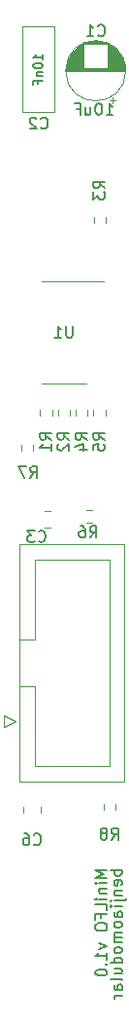
<source format=gbr>
%TF.GenerationSoftware,KiCad,Pcbnew,6.0.11+dfsg-1~bpo11+1*%
%TF.CreationDate,2023-03-01T11:09:29+08:00*%
%TF.ProjectId,MiniLFO v1.0 - Main,4d696e69-4c46-44f2-9076-312e30202d20,rev?*%
%TF.SameCoordinates,Original*%
%TF.FileFunction,Legend,Bot*%
%TF.FilePolarity,Positive*%
%FSLAX46Y46*%
G04 Gerber Fmt 4.6, Leading zero omitted, Abs format (unit mm)*
G04 Created by KiCad (PCBNEW 6.0.11+dfsg-1~bpo11+1) date 2023-03-01 11:09:29*
%MOMM*%
%LPD*%
G01*
G04 APERTURE LIST*
%ADD10C,0.150000*%
%ADD11C,0.120000*%
G04 APERTURE END LIST*
D10*
X169552380Y-151276190D02*
X168552380Y-151276190D01*
X168933333Y-151276190D02*
X168885714Y-151371428D01*
X168885714Y-151561904D01*
X168933333Y-151657142D01*
X168980952Y-151704761D01*
X169076190Y-151752380D01*
X169361904Y-151752380D01*
X169457142Y-151704761D01*
X169504761Y-151657142D01*
X169552380Y-151561904D01*
X169552380Y-151371428D01*
X169504761Y-151276190D01*
X169504761Y-152561904D02*
X169552380Y-152466666D01*
X169552380Y-152276190D01*
X169504761Y-152180952D01*
X169409523Y-152133333D01*
X169028571Y-152133333D01*
X168933333Y-152180952D01*
X168885714Y-152276190D01*
X168885714Y-152466666D01*
X168933333Y-152561904D01*
X169028571Y-152609523D01*
X169123809Y-152609523D01*
X169219047Y-152133333D01*
X168885714Y-153038095D02*
X169552380Y-153038095D01*
X168980952Y-153038095D02*
X168933333Y-153085714D01*
X168885714Y-153180952D01*
X168885714Y-153323809D01*
X168933333Y-153419047D01*
X169028571Y-153466666D01*
X169552380Y-153466666D01*
X168885714Y-153942857D02*
X169742857Y-153942857D01*
X169838095Y-153895238D01*
X169885714Y-153800000D01*
X169885714Y-153752380D01*
X168552380Y-153942857D02*
X168600000Y-153895238D01*
X168647619Y-153942857D01*
X168600000Y-153990476D01*
X168552380Y-153942857D01*
X168647619Y-153942857D01*
X169552380Y-154419047D02*
X168885714Y-154419047D01*
X168552380Y-154419047D02*
X168600000Y-154371428D01*
X168647619Y-154419047D01*
X168600000Y-154466666D01*
X168552380Y-154419047D01*
X168647619Y-154419047D01*
X169552380Y-155323809D02*
X169028571Y-155323809D01*
X168933333Y-155276190D01*
X168885714Y-155180952D01*
X168885714Y-154990476D01*
X168933333Y-154895238D01*
X169504761Y-155323809D02*
X169552380Y-155228571D01*
X169552380Y-154990476D01*
X169504761Y-154895238D01*
X169409523Y-154847619D01*
X169314285Y-154847619D01*
X169219047Y-154895238D01*
X169171428Y-154990476D01*
X169171428Y-155228571D01*
X169123809Y-155323809D01*
X169552380Y-155942857D02*
X169504761Y-155847619D01*
X169457142Y-155800000D01*
X169361904Y-155752380D01*
X169076190Y-155752380D01*
X168980952Y-155800000D01*
X168933333Y-155847619D01*
X168885714Y-155942857D01*
X168885714Y-156085714D01*
X168933333Y-156180952D01*
X168980952Y-156228571D01*
X169076190Y-156276190D01*
X169361904Y-156276190D01*
X169457142Y-156228571D01*
X169504761Y-156180952D01*
X169552380Y-156085714D01*
X169552380Y-155942857D01*
X169552380Y-156704761D02*
X168885714Y-156704761D01*
X168980952Y-156704761D02*
X168933333Y-156752380D01*
X168885714Y-156847619D01*
X168885714Y-156990476D01*
X168933333Y-157085714D01*
X169028571Y-157133333D01*
X169552380Y-157133333D01*
X169028571Y-157133333D02*
X168933333Y-157180952D01*
X168885714Y-157276190D01*
X168885714Y-157419047D01*
X168933333Y-157514285D01*
X169028571Y-157561904D01*
X169552380Y-157561904D01*
X169552380Y-158180952D02*
X169504761Y-158085714D01*
X169457142Y-158038095D01*
X169361904Y-157990476D01*
X169076190Y-157990476D01*
X168980952Y-158038095D01*
X168933333Y-158085714D01*
X168885714Y-158180952D01*
X168885714Y-158323809D01*
X168933333Y-158419047D01*
X168980952Y-158466666D01*
X169076190Y-158514285D01*
X169361904Y-158514285D01*
X169457142Y-158466666D01*
X169504761Y-158419047D01*
X169552380Y-158323809D01*
X169552380Y-158180952D01*
X169552380Y-159371428D02*
X168552380Y-159371428D01*
X169504761Y-159371428D02*
X169552380Y-159276190D01*
X169552380Y-159085714D01*
X169504761Y-158990476D01*
X169457142Y-158942857D01*
X169361904Y-158895238D01*
X169076190Y-158895238D01*
X168980952Y-158942857D01*
X168933333Y-158990476D01*
X168885714Y-159085714D01*
X168885714Y-159276190D01*
X168933333Y-159371428D01*
X168885714Y-160276190D02*
X169552380Y-160276190D01*
X168885714Y-159847619D02*
X169409523Y-159847619D01*
X169504761Y-159895238D01*
X169552380Y-159990476D01*
X169552380Y-160133333D01*
X169504761Y-160228571D01*
X169457142Y-160276190D01*
X169552380Y-160895238D02*
X169504761Y-160800000D01*
X169409523Y-160752380D01*
X168552380Y-160752380D01*
X169552380Y-161704761D02*
X169028571Y-161704761D01*
X168933333Y-161657142D01*
X168885714Y-161561904D01*
X168885714Y-161371428D01*
X168933333Y-161276190D01*
X169504761Y-161704761D02*
X169552380Y-161609523D01*
X169552380Y-161371428D01*
X169504761Y-161276190D01*
X169409523Y-161228571D01*
X169314285Y-161228571D01*
X169219047Y-161276190D01*
X169171428Y-161371428D01*
X169171428Y-161609523D01*
X169123809Y-161704761D01*
X169552380Y-162180952D02*
X168885714Y-162180952D01*
X169076190Y-162180952D02*
X168980952Y-162228571D01*
X168933333Y-162276190D01*
X168885714Y-162371428D01*
X168885714Y-162466666D01*
X168252380Y-151278571D02*
X167252380Y-151278571D01*
X167966666Y-151611904D01*
X167252380Y-151945238D01*
X168252380Y-151945238D01*
X168252380Y-152421428D02*
X167585714Y-152421428D01*
X167252380Y-152421428D02*
X167300000Y-152373809D01*
X167347619Y-152421428D01*
X167300000Y-152469047D01*
X167252380Y-152421428D01*
X167347619Y-152421428D01*
X167585714Y-152897619D02*
X168252380Y-152897619D01*
X167680952Y-152897619D02*
X167633333Y-152945238D01*
X167585714Y-153040476D01*
X167585714Y-153183333D01*
X167633333Y-153278571D01*
X167728571Y-153326190D01*
X168252380Y-153326190D01*
X168252380Y-153802380D02*
X167585714Y-153802380D01*
X167252380Y-153802380D02*
X167300000Y-153754761D01*
X167347619Y-153802380D01*
X167300000Y-153850000D01*
X167252380Y-153802380D01*
X167347619Y-153802380D01*
X168252380Y-154754761D02*
X168252380Y-154278571D01*
X167252380Y-154278571D01*
X167728571Y-155421428D02*
X167728571Y-155088095D01*
X168252380Y-155088095D02*
X167252380Y-155088095D01*
X167252380Y-155564285D01*
X167252380Y-156135714D02*
X167252380Y-156326190D01*
X167300000Y-156421428D01*
X167395238Y-156516666D01*
X167585714Y-156564285D01*
X167919047Y-156564285D01*
X168109523Y-156516666D01*
X168204761Y-156421428D01*
X168252380Y-156326190D01*
X168252380Y-156135714D01*
X168204761Y-156040476D01*
X168109523Y-155945238D01*
X167919047Y-155897619D01*
X167585714Y-155897619D01*
X167395238Y-155945238D01*
X167300000Y-156040476D01*
X167252380Y-156135714D01*
X167585714Y-157659523D02*
X168252380Y-157897619D01*
X167585714Y-158135714D01*
X168252380Y-159040476D02*
X168252380Y-158469047D01*
X168252380Y-158754761D02*
X167252380Y-158754761D01*
X167395238Y-158659523D01*
X167490476Y-158564285D01*
X167538095Y-158469047D01*
X168157142Y-159469047D02*
X168204761Y-159516666D01*
X168252380Y-159469047D01*
X168204761Y-159421428D01*
X168157142Y-159469047D01*
X168252380Y-159469047D01*
X167252380Y-160135714D02*
X167252380Y-160230952D01*
X167300000Y-160326190D01*
X167347619Y-160373809D01*
X167442857Y-160421428D01*
X167633333Y-160469047D01*
X167871428Y-160469047D01*
X168061904Y-160421428D01*
X168157142Y-160373809D01*
X168204761Y-160326190D01*
X168252380Y-160230952D01*
X168252380Y-160135714D01*
X168204761Y-160040476D01*
X168157142Y-159992857D01*
X168061904Y-159945238D01*
X167871428Y-159897619D01*
X167633333Y-159897619D01*
X167442857Y-159945238D01*
X167347619Y-159992857D01*
X167300000Y-160040476D01*
X167252380Y-160135714D01*
%TO.C,C3*%
X162266666Y-122657142D02*
X162314285Y-122704761D01*
X162457142Y-122752380D01*
X162552380Y-122752380D01*
X162695238Y-122704761D01*
X162790476Y-122609523D01*
X162838095Y-122514285D01*
X162885714Y-122323809D01*
X162885714Y-122180952D01*
X162838095Y-121990476D01*
X162790476Y-121895238D01*
X162695238Y-121800000D01*
X162552380Y-121752380D01*
X162457142Y-121752380D01*
X162314285Y-121800000D01*
X162266666Y-121847619D01*
X161933333Y-121752380D02*
X161314285Y-121752380D01*
X161647619Y-122133333D01*
X161504761Y-122133333D01*
X161409523Y-122180952D01*
X161361904Y-122228571D01*
X161314285Y-122323809D01*
X161314285Y-122561904D01*
X161361904Y-122657142D01*
X161409523Y-122704761D01*
X161504761Y-122752380D01*
X161790476Y-122752380D01*
X161885714Y-122704761D01*
X161933333Y-122657142D01*
%TO.C,C1*%
X167466666Y-78657142D02*
X167514285Y-78704761D01*
X167657142Y-78752380D01*
X167752380Y-78752380D01*
X167895238Y-78704761D01*
X167990476Y-78609523D01*
X168038095Y-78514285D01*
X168085714Y-78323809D01*
X168085714Y-78180952D01*
X168038095Y-77990476D01*
X167990476Y-77895238D01*
X167895238Y-77800000D01*
X167752380Y-77752380D01*
X167657142Y-77752380D01*
X167514285Y-77800000D01*
X167466666Y-77847619D01*
X166514285Y-78752380D02*
X167085714Y-78752380D01*
X166800000Y-78752380D02*
X166800000Y-77752380D01*
X166895238Y-77895238D01*
X166990476Y-77990476D01*
X167085714Y-78038095D01*
X168203428Y-85586380D02*
X168774857Y-85586380D01*
X168489142Y-85586380D02*
X168489142Y-84586380D01*
X168584380Y-84729238D01*
X168679619Y-84824476D01*
X168774857Y-84872095D01*
X167584380Y-84586380D02*
X167489142Y-84586380D01*
X167393904Y-84634000D01*
X167346285Y-84681619D01*
X167298666Y-84776857D01*
X167251047Y-84967333D01*
X167251047Y-85205428D01*
X167298666Y-85395904D01*
X167346285Y-85491142D01*
X167393904Y-85538761D01*
X167489142Y-85586380D01*
X167584380Y-85586380D01*
X167679619Y-85538761D01*
X167727238Y-85491142D01*
X167774857Y-85395904D01*
X167822476Y-85205428D01*
X167822476Y-84967333D01*
X167774857Y-84776857D01*
X167727238Y-84681619D01*
X167679619Y-84634000D01*
X167584380Y-84586380D01*
X166393904Y-84919714D02*
X166393904Y-85586380D01*
X166822476Y-84919714D02*
X166822476Y-85443523D01*
X166774857Y-85538761D01*
X166679619Y-85586380D01*
X166536761Y-85586380D01*
X166441523Y-85538761D01*
X166393904Y-85491142D01*
X165584380Y-85062571D02*
X165917714Y-85062571D01*
X165917714Y-85586380D02*
X165917714Y-84586380D01*
X165441523Y-84586380D01*
%TO.C,R4*%
X166502380Y-113833333D02*
X166026190Y-113500000D01*
X166502380Y-113261904D02*
X165502380Y-113261904D01*
X165502380Y-113642857D01*
X165550000Y-113738095D01*
X165597619Y-113785714D01*
X165692857Y-113833333D01*
X165835714Y-113833333D01*
X165930952Y-113785714D01*
X165978571Y-113738095D01*
X166026190Y-113642857D01*
X166026190Y-113261904D01*
X165835714Y-114690476D02*
X166502380Y-114690476D01*
X165454761Y-114452380D02*
X166169047Y-114214285D01*
X166169047Y-114833333D01*
%TO.C,R2*%
X164952380Y-113833333D02*
X164476190Y-113500000D01*
X164952380Y-113261904D02*
X163952380Y-113261904D01*
X163952380Y-113642857D01*
X164000000Y-113738095D01*
X164047619Y-113785714D01*
X164142857Y-113833333D01*
X164285714Y-113833333D01*
X164380952Y-113785714D01*
X164428571Y-113738095D01*
X164476190Y-113642857D01*
X164476190Y-113261904D01*
X164047619Y-114214285D02*
X164000000Y-114261904D01*
X163952380Y-114357142D01*
X163952380Y-114595238D01*
X164000000Y-114690476D01*
X164047619Y-114738095D01*
X164142857Y-114785714D01*
X164238095Y-114785714D01*
X164380952Y-114738095D01*
X164952380Y-114166666D01*
X164952380Y-114785714D01*
%TO.C,R3*%
X168077380Y-91958333D02*
X167601190Y-91625000D01*
X168077380Y-91386904D02*
X167077380Y-91386904D01*
X167077380Y-91767857D01*
X167125000Y-91863095D01*
X167172619Y-91910714D01*
X167267857Y-91958333D01*
X167410714Y-91958333D01*
X167505952Y-91910714D01*
X167553571Y-91863095D01*
X167601190Y-91767857D01*
X167601190Y-91386904D01*
X167077380Y-92291666D02*
X167077380Y-92910714D01*
X167458333Y-92577380D01*
X167458333Y-92720238D01*
X167505952Y-92815476D01*
X167553571Y-92863095D01*
X167648809Y-92910714D01*
X167886904Y-92910714D01*
X167982142Y-92863095D01*
X168029761Y-92815476D01*
X168077380Y-92720238D01*
X168077380Y-92434523D01*
X168029761Y-92339285D01*
X167982142Y-92291666D01*
%TO.C,U1*%
X165251904Y-103952380D02*
X165251904Y-104761904D01*
X165204285Y-104857142D01*
X165156666Y-104904761D01*
X165061428Y-104952380D01*
X164870952Y-104952380D01*
X164775714Y-104904761D01*
X164728095Y-104857142D01*
X164680476Y-104761904D01*
X164680476Y-103952380D01*
X163680476Y-104952380D02*
X164251904Y-104952380D01*
X163966190Y-104952380D02*
X163966190Y-103952380D01*
X164061428Y-104095238D01*
X164156666Y-104190476D01*
X164251904Y-104238095D01*
%TO.C,R6*%
X166766666Y-122352380D02*
X167100000Y-121876190D01*
X167338095Y-122352380D02*
X167338095Y-121352380D01*
X166957142Y-121352380D01*
X166861904Y-121400000D01*
X166814285Y-121447619D01*
X166766666Y-121542857D01*
X166766666Y-121685714D01*
X166814285Y-121780952D01*
X166861904Y-121828571D01*
X166957142Y-121876190D01*
X167338095Y-121876190D01*
X165909523Y-121352380D02*
X166100000Y-121352380D01*
X166195238Y-121400000D01*
X166242857Y-121447619D01*
X166338095Y-121590476D01*
X166385714Y-121780952D01*
X166385714Y-122161904D01*
X166338095Y-122257142D01*
X166290476Y-122304761D01*
X166195238Y-122352380D01*
X166004761Y-122352380D01*
X165909523Y-122304761D01*
X165861904Y-122257142D01*
X165814285Y-122161904D01*
X165814285Y-121923809D01*
X165861904Y-121828571D01*
X165909523Y-121780952D01*
X166004761Y-121733333D01*
X166195238Y-121733333D01*
X166290476Y-121780952D01*
X166338095Y-121828571D01*
X166385714Y-121923809D01*
%TO.C,C6*%
X161866666Y-149007142D02*
X161914285Y-149054761D01*
X162057142Y-149102380D01*
X162152380Y-149102380D01*
X162295238Y-149054761D01*
X162390476Y-148959523D01*
X162438095Y-148864285D01*
X162485714Y-148673809D01*
X162485714Y-148530952D01*
X162438095Y-148340476D01*
X162390476Y-148245238D01*
X162295238Y-148150000D01*
X162152380Y-148102380D01*
X162057142Y-148102380D01*
X161914285Y-148150000D01*
X161866666Y-148197619D01*
X161009523Y-148102380D02*
X161200000Y-148102380D01*
X161295238Y-148150000D01*
X161342857Y-148197619D01*
X161438095Y-148340476D01*
X161485714Y-148530952D01*
X161485714Y-148911904D01*
X161438095Y-149007142D01*
X161390476Y-149054761D01*
X161295238Y-149102380D01*
X161104761Y-149102380D01*
X161009523Y-149054761D01*
X160961904Y-149007142D01*
X160914285Y-148911904D01*
X160914285Y-148673809D01*
X160961904Y-148578571D01*
X161009523Y-148530952D01*
X161104761Y-148483333D01*
X161295238Y-148483333D01*
X161390476Y-148530952D01*
X161438095Y-148578571D01*
X161485714Y-148673809D01*
%TO.C,R5*%
X168052380Y-113833333D02*
X167576190Y-113500000D01*
X168052380Y-113261904D02*
X167052380Y-113261904D01*
X167052380Y-113642857D01*
X167100000Y-113738095D01*
X167147619Y-113785714D01*
X167242857Y-113833333D01*
X167385714Y-113833333D01*
X167480952Y-113785714D01*
X167528571Y-113738095D01*
X167576190Y-113642857D01*
X167576190Y-113261904D01*
X167052380Y-114738095D02*
X167052380Y-114261904D01*
X167528571Y-114214285D01*
X167480952Y-114261904D01*
X167433333Y-114357142D01*
X167433333Y-114595238D01*
X167480952Y-114690476D01*
X167528571Y-114738095D01*
X167623809Y-114785714D01*
X167861904Y-114785714D01*
X167957142Y-114738095D01*
X168004761Y-114690476D01*
X168052380Y-114595238D01*
X168052380Y-114357142D01*
X168004761Y-114261904D01*
X167957142Y-114214285D01*
%TO.C,R8*%
X168641666Y-148627380D02*
X168975000Y-148151190D01*
X169213095Y-148627380D02*
X169213095Y-147627380D01*
X168832142Y-147627380D01*
X168736904Y-147675000D01*
X168689285Y-147722619D01*
X168641666Y-147817857D01*
X168641666Y-147960714D01*
X168689285Y-148055952D01*
X168736904Y-148103571D01*
X168832142Y-148151190D01*
X169213095Y-148151190D01*
X168070238Y-148055952D02*
X168165476Y-148008333D01*
X168213095Y-147960714D01*
X168260714Y-147865476D01*
X168260714Y-147817857D01*
X168213095Y-147722619D01*
X168165476Y-147675000D01*
X168070238Y-147627380D01*
X167879761Y-147627380D01*
X167784523Y-147675000D01*
X167736904Y-147722619D01*
X167689285Y-147817857D01*
X167689285Y-147865476D01*
X167736904Y-147960714D01*
X167784523Y-148008333D01*
X167879761Y-148055952D01*
X168070238Y-148055952D01*
X168165476Y-148103571D01*
X168213095Y-148151190D01*
X168260714Y-148246428D01*
X168260714Y-148436904D01*
X168213095Y-148532142D01*
X168165476Y-148579761D01*
X168070238Y-148627380D01*
X167879761Y-148627380D01*
X167784523Y-148579761D01*
X167736904Y-148532142D01*
X167689285Y-148436904D01*
X167689285Y-148246428D01*
X167736904Y-148151190D01*
X167784523Y-148103571D01*
X167879761Y-148055952D01*
%TO.C,C2*%
X162472666Y-86717142D02*
X162520285Y-86764761D01*
X162663142Y-86812380D01*
X162758380Y-86812380D01*
X162901238Y-86764761D01*
X162996476Y-86669523D01*
X163044095Y-86574285D01*
X163091714Y-86383809D01*
X163091714Y-86240952D01*
X163044095Y-86050476D01*
X162996476Y-85955238D01*
X162901238Y-85860000D01*
X162758380Y-85812380D01*
X162663142Y-85812380D01*
X162520285Y-85860000D01*
X162472666Y-85907619D01*
X162091714Y-85907619D02*
X162044095Y-85860000D01*
X161948857Y-85812380D01*
X161710761Y-85812380D01*
X161615523Y-85860000D01*
X161567904Y-85907619D01*
X161520285Y-86002857D01*
X161520285Y-86098095D01*
X161567904Y-86240952D01*
X162139333Y-86812380D01*
X161520285Y-86812380D01*
X162631904Y-80782857D02*
X162631904Y-80325714D01*
X162631904Y-80554285D02*
X161831904Y-80554285D01*
X161946190Y-80478095D01*
X162022380Y-80401904D01*
X162060476Y-80325714D01*
X161831904Y-81278095D02*
X161831904Y-81354285D01*
X161870000Y-81430476D01*
X161908095Y-81468571D01*
X161984285Y-81506666D01*
X162136666Y-81544761D01*
X162327142Y-81544761D01*
X162479523Y-81506666D01*
X162555714Y-81468571D01*
X162593809Y-81430476D01*
X162631904Y-81354285D01*
X162631904Y-81278095D01*
X162593809Y-81201904D01*
X162555714Y-81163809D01*
X162479523Y-81125714D01*
X162327142Y-81087619D01*
X162136666Y-81087619D01*
X161984285Y-81125714D01*
X161908095Y-81163809D01*
X161870000Y-81201904D01*
X161831904Y-81278095D01*
X162098571Y-81887619D02*
X162631904Y-81887619D01*
X162174761Y-81887619D02*
X162136666Y-81925714D01*
X162098571Y-82001904D01*
X162098571Y-82116190D01*
X162136666Y-82192380D01*
X162212857Y-82230476D01*
X162631904Y-82230476D01*
X162212857Y-82878095D02*
X162212857Y-82611428D01*
X162631904Y-82611428D02*
X161831904Y-82611428D01*
X161831904Y-82992380D01*
%TO.C,R1*%
X163402380Y-113833333D02*
X162926190Y-113500000D01*
X163402380Y-113261904D02*
X162402380Y-113261904D01*
X162402380Y-113642857D01*
X162450000Y-113738095D01*
X162497619Y-113785714D01*
X162592857Y-113833333D01*
X162735714Y-113833333D01*
X162830952Y-113785714D01*
X162878571Y-113738095D01*
X162926190Y-113642857D01*
X162926190Y-113261904D01*
X163402380Y-114785714D02*
X163402380Y-114214285D01*
X163402380Y-114500000D02*
X162402380Y-114500000D01*
X162545238Y-114404761D01*
X162640476Y-114309523D01*
X162688095Y-114214285D01*
%TO.C,R7*%
X161566666Y-117152380D02*
X161900000Y-116676190D01*
X162138095Y-117152380D02*
X162138095Y-116152380D01*
X161757142Y-116152380D01*
X161661904Y-116200000D01*
X161614285Y-116247619D01*
X161566666Y-116342857D01*
X161566666Y-116485714D01*
X161614285Y-116580952D01*
X161661904Y-116628571D01*
X161757142Y-116676190D01*
X162138095Y-116676190D01*
X161233333Y-116152380D02*
X160566666Y-116152380D01*
X160995238Y-117152380D01*
D11*
%TO.C,C3*%
X163361252Y-121485000D02*
X162838748Y-121485000D01*
X163361252Y-120015000D02*
X162838748Y-120015000D01*
%TO.C,C1*%
X166233000Y-79982113D02*
X165372000Y-79982113D01*
X169816000Y-81303113D02*
X168313000Y-81303113D01*
X166233000Y-80342113D02*
X165098000Y-80342113D01*
X169277000Y-80102113D02*
X168313000Y-80102113D01*
X166233000Y-80902113D02*
X164831000Y-80902113D01*
X169174000Y-79982113D02*
X168313000Y-79982113D01*
X168451000Y-79422113D02*
X166095000Y-79422113D01*
X168188000Y-79302113D02*
X166358000Y-79302113D01*
X166233000Y-81503113D02*
X164704000Y-81503113D01*
X169846000Y-81543113D02*
X164700000Y-81543113D01*
X169793000Y-81183113D02*
X168313000Y-81183113D01*
X166233000Y-80862113D02*
X164845000Y-80862113D01*
X169099000Y-79902113D02*
X168313000Y-79902113D01*
X167791000Y-79182113D02*
X166755000Y-79182113D01*
X166233000Y-80622113D02*
X164944000Y-80622113D01*
X166233000Y-80102113D02*
X165269000Y-80102113D01*
X166233000Y-80782113D02*
X164875000Y-80782113D01*
X169701000Y-80862113D02*
X168313000Y-80862113D01*
X166233000Y-80422113D02*
X165049000Y-80422113D01*
X169774000Y-81103113D02*
X168313000Y-81103113D01*
X166233000Y-80182113D02*
X165208000Y-80182113D01*
X169520000Y-80462113D02*
X168313000Y-80462113D01*
X169563000Y-80542113D02*
X168313000Y-80542113D01*
X166233000Y-81143113D02*
X164762000Y-81143113D01*
X169728000Y-80942113D02*
X168313000Y-80942113D01*
X168773000Y-79622113D02*
X168313000Y-79622113D01*
X166233000Y-80502113D02*
X165005000Y-80502113D01*
X166233000Y-81383113D02*
X164717000Y-81383113D01*
X168078000Y-79262113D02*
X166468000Y-79262113D01*
X166233000Y-80822113D02*
X164859000Y-80822113D01*
X166233000Y-80742113D02*
X164891000Y-80742113D01*
X168827000Y-79662113D02*
X168313000Y-79662113D01*
X169829000Y-81383113D02*
X168313000Y-81383113D01*
X166233000Y-79782113D02*
X165574000Y-79782113D01*
X169764000Y-81063113D02*
X168313000Y-81063113D01*
X169058000Y-79862113D02*
X168313000Y-79862113D01*
X166233000Y-80222113D02*
X165178000Y-80222113D01*
X166233000Y-79702113D02*
X165668000Y-79702113D01*
X166233000Y-79742113D02*
X165620000Y-79742113D01*
X168656000Y-79542113D02*
X168313000Y-79542113D01*
X168284000Y-79342113D02*
X166262000Y-79342113D01*
X166233000Y-79942113D02*
X165409000Y-79942113D01*
X166233000Y-81103113D02*
X164772000Y-81103113D01*
X166233000Y-81223113D02*
X164745000Y-81223113D01*
X166233000Y-79662113D02*
X165719000Y-79662113D01*
X169838000Y-81463113D02*
X168313000Y-81463113D01*
X169809000Y-81263113D02*
X168313000Y-81263113D01*
X166233000Y-80302113D02*
X165124000Y-80302113D01*
X168371000Y-79382113D02*
X166175000Y-79382113D01*
X166233000Y-79902113D02*
X165447000Y-79902113D01*
X169137000Y-79942113D02*
X168313000Y-79942113D01*
X166233000Y-80262113D02*
X165151000Y-80262113D01*
X169801000Y-81223113D02*
X168313000Y-81223113D01*
X169655000Y-80742113D02*
X168313000Y-80742113D01*
X169395000Y-80262113D02*
X168313000Y-80262113D01*
X166233000Y-79462113D02*
X166022000Y-79462113D01*
X169851000Y-81623113D02*
X164695000Y-81623113D01*
X168972000Y-79782113D02*
X168313000Y-79782113D01*
X168748000Y-84547888D02*
X168748000Y-84047888D01*
X169638000Y-80702113D02*
X168313000Y-80702113D01*
X169602000Y-80622113D02*
X168313000Y-80622113D01*
X166233000Y-81063113D02*
X164782000Y-81063113D01*
X169473000Y-80382113D02*
X168313000Y-80382113D01*
X166233000Y-80582113D02*
X164963000Y-80582113D01*
X166233000Y-80702113D02*
X164908000Y-80702113D01*
X166233000Y-79862113D02*
X165488000Y-79862113D01*
X166233000Y-80662113D02*
X164925000Y-80662113D01*
X169583000Y-80582113D02*
X168313000Y-80582113D01*
X169368000Y-80222113D02*
X168313000Y-80222113D01*
X168592000Y-79502113D02*
X168313000Y-79502113D01*
X166233000Y-80142113D02*
X165238000Y-80142113D01*
X166233000Y-79822113D02*
X165530000Y-79822113D01*
X169741000Y-80982113D02*
X168313000Y-80982113D01*
X166233000Y-79622113D02*
X165773000Y-79622113D01*
X167557000Y-79142113D02*
X166989000Y-79142113D01*
X169308000Y-80142113D02*
X168313000Y-80142113D01*
X168998000Y-84297888D02*
X168498000Y-84297888D01*
X169753000Y-81022113D02*
X168313000Y-81022113D01*
X169834000Y-81423113D02*
X168313000Y-81423113D01*
X169422000Y-80302113D02*
X168313000Y-80302113D01*
X168926000Y-79742113D02*
X168313000Y-79742113D01*
X169853000Y-81703113D02*
X164693000Y-81703113D01*
X169852000Y-81663113D02*
X164694000Y-81663113D01*
X166233000Y-80542113D02*
X164983000Y-80542113D01*
X167950000Y-79222113D02*
X166596000Y-79222113D01*
X169448000Y-80342113D02*
X168313000Y-80342113D01*
X166233000Y-79542113D02*
X165890000Y-79542113D01*
X166233000Y-80942113D02*
X164818000Y-80942113D01*
X166233000Y-81183113D02*
X164753000Y-81183113D01*
X166233000Y-80062113D02*
X165302000Y-80062113D01*
X166233000Y-80982113D02*
X164805000Y-80982113D01*
X169715000Y-80902113D02*
X168313000Y-80902113D01*
X166233000Y-81303113D02*
X164730000Y-81303113D01*
X169842000Y-81503113D02*
X168313000Y-81503113D01*
X169210000Y-80022113D02*
X168313000Y-80022113D01*
X168878000Y-79702113D02*
X168313000Y-79702113D01*
X169671000Y-80782113D02*
X168313000Y-80782113D01*
X166233000Y-80022113D02*
X165336000Y-80022113D01*
X169497000Y-80422113D02*
X168313000Y-80422113D01*
X166233000Y-80382113D02*
X165073000Y-80382113D01*
X169849000Y-81583113D02*
X164697000Y-81583113D01*
X169621000Y-80662113D02*
X168313000Y-80662113D01*
X169016000Y-79822113D02*
X168313000Y-79822113D01*
X169853000Y-81743113D02*
X164693000Y-81743113D01*
X166233000Y-81022113D02*
X164793000Y-81022113D01*
X169338000Y-80182113D02*
X168313000Y-80182113D01*
X166233000Y-81423113D02*
X164712000Y-81423113D01*
X166233000Y-79502113D02*
X165954000Y-79502113D01*
X168524000Y-79462113D02*
X168313000Y-79462113D01*
X166233000Y-81263113D02*
X164737000Y-81263113D01*
X169541000Y-80502113D02*
X168313000Y-80502113D01*
X169784000Y-81143113D02*
X168313000Y-81143113D01*
X166233000Y-81343113D02*
X164723000Y-81343113D01*
X166233000Y-81463113D02*
X164708000Y-81463113D01*
X166233000Y-80462113D02*
X165026000Y-80462113D01*
X169823000Y-81343113D02*
X168313000Y-81343113D01*
X166233000Y-79582113D02*
X165830000Y-79582113D01*
X169244000Y-80062113D02*
X168313000Y-80062113D01*
X168716000Y-79582113D02*
X168313000Y-79582113D01*
X169687000Y-80822113D02*
X168313000Y-80822113D01*
X169893000Y-81743113D02*
G75*
G03*
X169893000Y-81743113I-2620000J0D01*
G01*
%TO.C,R4*%
X165527500Y-111245276D02*
X165527500Y-111754724D01*
X166572500Y-111245276D02*
X166572500Y-111754724D01*
%TO.C,R2*%
X165022500Y-111754724D02*
X165022500Y-111245276D01*
X163977500Y-111754724D02*
X163977500Y-111245276D01*
%TO.C,R3*%
X167102500Y-94979724D02*
X167102500Y-94470276D01*
X168147500Y-94979724D02*
X168147500Y-94470276D01*
%TO.C,U1*%
X164490000Y-100055000D02*
X162540000Y-100055000D01*
X164490000Y-108925000D02*
X162540000Y-108925000D01*
X164490000Y-100055000D02*
X167940000Y-100055000D01*
X164490000Y-108925000D02*
X166440000Y-108925000D01*
%TO.C,R6*%
X166495276Y-121022500D02*
X167004724Y-121022500D01*
X166495276Y-119977500D02*
X167004724Y-119977500D01*
%TO.C,C6*%
X162435000Y-146311252D02*
X162435000Y-145788748D01*
X160965000Y-146311252D02*
X160965000Y-145788748D01*
%TO.C,R5*%
X168122500Y-111245276D02*
X168122500Y-111754724D01*
X167077500Y-111245276D02*
X167077500Y-111754724D01*
%TO.C,R8*%
X169022500Y-146054724D02*
X169022500Y-145545276D01*
X167977500Y-146054724D02*
X167977500Y-145545276D01*
%TO.C,C2*%
X163640000Y-77920000D02*
X160900000Y-77920000D01*
X163640000Y-85360000D02*
X163640000Y-77920000D01*
X160900000Y-85360000D02*
X160900000Y-77920000D01*
X163640000Y-85360000D02*
X160900000Y-85360000D01*
%TO.C,R1*%
X163472500Y-111754724D02*
X163472500Y-111245276D01*
X162427500Y-111754724D02*
X162427500Y-111245276D01*
%TO.C,R7*%
X161822500Y-114804724D02*
X161822500Y-114295276D01*
X160777500Y-114804724D02*
X160777500Y-114295276D01*
%TO.C,J1*%
X160640000Y-135300000D02*
X161950000Y-135300000D01*
X159250000Y-137830000D02*
X160250000Y-138330000D01*
X161950000Y-124260000D02*
X161950000Y-131200000D01*
X168450000Y-124260000D02*
X161950000Y-124260000D01*
X168450000Y-142240000D02*
X168450000Y-124260000D01*
X169760000Y-143540000D02*
X169760000Y-122960000D01*
X160640000Y-143540000D02*
X169760000Y-143540000D01*
X161950000Y-131200000D02*
X161950000Y-131200000D01*
X161950000Y-142240000D02*
X168450000Y-142240000D01*
X159250000Y-138830000D02*
X159250000Y-137830000D01*
X161950000Y-131200000D02*
X160640000Y-131200000D01*
X169760000Y-122960000D02*
X160640000Y-122960000D01*
X160640000Y-122960000D02*
X160640000Y-143540000D01*
X160250000Y-138330000D02*
X159250000Y-138830000D01*
X161950000Y-135300000D02*
X161950000Y-142240000D01*
%TD*%
M02*

</source>
